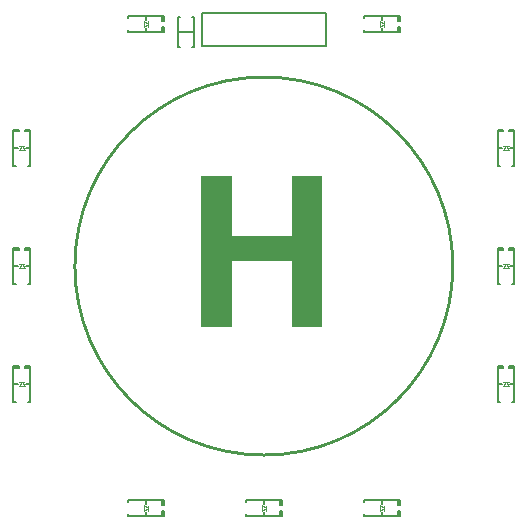
<source format=gto>
G04 Layer_Color=65535*
%FSLAX44Y44*%
%MOMM*%
G71*
G01*
G75*
%ADD17C,0.2540*%
%ADD18C,0.2000*%
%ADD19C,0.1000*%
%ADD20C,0.1500*%
G36*
X299533Y198000D02*
X273558D01*
Y254051D01*
X222975D01*
Y198000D01*
X197000D01*
Y326312D01*
X222975D01*
Y275730D01*
X273558D01*
Y326312D01*
X299533D01*
Y198000D01*
D02*
G37*
D17*
X410000Y250000D02*
G03*
X410000Y250000I-160000J0D01*
G01*
D18*
X198000Y436000D02*
Y464000D01*
X302300Y436000D02*
Y464000D01*
X198000D02*
X302300D01*
X198000Y436000D02*
X302300D01*
D19*
X45000Y351750D02*
X47500Y348250D01*
X45000D02*
X47500D01*
X45000Y351750D02*
X47250D01*
X42750D02*
X45000D01*
X42500Y348250D02*
X45000D01*
X42500D02*
X45000Y351750D01*
X45000Y251750D02*
X47500Y248250D01*
X45000D02*
X47500D01*
X45000Y251750D02*
X47250D01*
X42750D02*
X45000D01*
X42500Y248250D02*
X45000D01*
X42500D02*
X45000Y251750D01*
X45000Y151750D02*
X47500Y148250D01*
X45000D02*
X47500D01*
X45000Y151750D02*
X47250Y151750D01*
X42750D02*
X45000Y151750D01*
X42500Y148250D02*
X45000D01*
X42500D02*
X45000Y151750D01*
X148250Y452500D02*
X151750Y455000D01*
X148250Y452500D02*
Y455000D01*
X151750Y452750D02*
Y455000D01*
Y457250D01*
X148250Y455000D02*
Y457500D01*
X151750Y455000D01*
X348250Y452500D02*
X351750Y455000D01*
X348250Y452500D02*
Y455000D01*
X351750Y455000D02*
X351750Y452750D01*
X351750Y455000D02*
X351750Y457250D01*
X348250Y455000D02*
Y457500D01*
X351750Y455000D01*
X455000Y351750D02*
X457500Y348250D01*
X455000D02*
X457500D01*
X455000Y351750D02*
X457250Y351750D01*
X452750D02*
X455000Y351750D01*
X452500Y348250D02*
X455000D01*
X452500D02*
X455000Y351750D01*
Y251750D02*
X457500Y248250D01*
X455000D02*
X457500D01*
X455000Y251750D02*
X457250Y251750D01*
X452750D02*
X455000Y251750D01*
X452500Y248250D02*
X455000D01*
X452500D02*
X455000Y251750D01*
Y151750D02*
X457500Y148250D01*
X455000D02*
X457500D01*
X455000Y151750D02*
X457250Y151750D01*
X452750Y151750D02*
X455000Y151750D01*
X452500Y148250D02*
X455000Y148250D01*
X452500Y148250D02*
X455000Y151750D01*
X348250Y42500D02*
X351750Y45000D01*
X348250Y42500D02*
Y45000D01*
X351750Y42750D02*
Y45000D01*
Y47250D01*
X348250Y45000D02*
Y47500D01*
X351750Y45000D01*
X248250Y42500D02*
X251750Y45000D01*
X248250Y42500D02*
Y45000D01*
X251750Y42750D02*
Y45000D01*
Y47250D01*
X248250Y45000D02*
Y47500D01*
X251750Y45000D01*
X148250Y42500D02*
X151750Y45000D01*
X148250Y42500D02*
Y45000D01*
X151750Y42750D02*
Y45000D01*
Y47250D01*
X148250Y45000D02*
Y47500D01*
X151750Y45000D01*
D20*
X38000Y350000D02*
X41500D01*
X48500D02*
X52000D01*
X50080Y334760D02*
X52000D01*
Y365000D01*
X47540Y363970D02*
X52000Y363970D01*
X38000D02*
X42460Y363970D01*
X38000Y334760D02*
Y365000D01*
Y334760D02*
X39920D01*
X52000Y363970D02*
Y365240D01*
X47540Y365240D02*
X52000Y365240D01*
X47540Y363970D02*
Y365240D01*
X38000Y363970D02*
Y365240D01*
X42460Y365240D01*
Y363970D02*
Y365240D01*
X38000Y250000D02*
X41500D01*
X48500D02*
X52000D01*
X50080Y234760D02*
X52000D01*
X52000Y265000D01*
X47540Y263970D02*
X52000D01*
X38000D02*
X42460D01*
X38000Y265000D02*
X38000Y234760D01*
X39920Y234760D01*
X52000Y265240D02*
X52000Y263970D01*
X47540Y265240D02*
X52000Y265240D01*
X47540Y263970D02*
Y265240D01*
X38000Y263970D02*
X38000Y265240D01*
X42460Y265240D01*
X42460Y263970D01*
X38000Y150000D02*
X41500D01*
X48500D02*
X52000D01*
X50080Y134760D02*
X52000Y134760D01*
Y165000D01*
X47540Y163970D02*
X52000D01*
X38000D02*
X42460D01*
X38000Y134760D02*
Y165000D01*
Y134760D02*
X39920Y134760D01*
X52000Y163970D02*
Y165240D01*
X47540Y165240D02*
X52000Y165240D01*
X47540Y163970D02*
Y165240D01*
X38000Y163970D02*
Y165240D01*
X42460Y165240D01*
Y163970D02*
Y165240D01*
X150000Y458500D02*
Y462000D01*
Y448000D02*
Y451500D01*
X134760Y448000D02*
Y449920D01*
Y448000D02*
X165000D01*
X163970D02*
Y452460D01*
Y457540D02*
Y462000D01*
X134760D02*
X165000D01*
X134760Y460080D02*
Y462000D01*
X163970Y448000D02*
X165240Y448000D01*
X165240Y452460D02*
X165240Y448000D01*
X163970Y452460D02*
X165240D01*
X163970Y462000D02*
X165240D01*
Y457540D02*
Y462000D01*
X163970Y457540D02*
X165240D01*
X350000Y458500D02*
Y462000D01*
Y448000D02*
Y451500D01*
X334760Y448000D02*
X334760Y449920D01*
X334760Y448000D02*
X365000Y448000D01*
X363970D02*
Y452460D01*
Y457540D02*
Y462000D01*
X334760D02*
X365000D01*
X334760Y460080D02*
Y462000D01*
X363970Y448000D02*
X365240D01*
Y452460D01*
X363970D02*
X365240D01*
X363970Y462000D02*
X365240D01*
Y457540D02*
Y462000D01*
X363970Y457540D02*
X365240D01*
X448000Y350000D02*
X451500D01*
X458500D02*
X462000D01*
X460080Y334760D02*
X462000D01*
Y365000D01*
X457540Y363970D02*
X462000D01*
X448000D02*
X452460D01*
X448000Y334760D02*
Y365000D01*
Y334760D02*
X449920D01*
X462000Y363970D02*
Y365240D01*
X457540D02*
X462000D01*
X457540Y363970D02*
Y365240D01*
X448000Y363970D02*
Y365240D01*
X452460Y365240D01*
Y363970D02*
Y365240D01*
X448000Y250000D02*
X451500D01*
X458500D02*
X462000D01*
X460080Y234760D02*
X462000D01*
Y265000D01*
X457540Y263970D02*
X462000Y263970D01*
X448000D02*
X452460D01*
X448000Y234760D02*
Y265000D01*
Y234760D02*
X449920D01*
X462000Y263970D02*
Y265240D01*
X457540Y265240D02*
X462000Y265240D01*
X457540Y263970D02*
Y265240D01*
X448000Y263970D02*
Y265240D01*
X452460Y265240D01*
Y263970D02*
Y265240D01*
X448000Y150000D02*
X451500D01*
X458500D02*
X462000D01*
X460080Y134760D02*
X462000Y134760D01*
Y165000D01*
X457540Y163970D02*
X462000D01*
X448000D02*
X452460D01*
X448000Y134760D02*
Y165000D01*
Y134760D02*
X449920Y134760D01*
X462000Y163970D02*
Y165240D01*
X457540D02*
X462000D01*
X457540Y163970D02*
Y165240D01*
X448000Y163970D02*
Y165240D01*
X452460D01*
Y163970D02*
Y165240D01*
X350000Y48500D02*
Y52000D01*
Y38000D02*
Y41500D01*
X334760Y38000D02*
Y39920D01*
Y38000D02*
X365000D01*
X363970D02*
Y42460D01*
Y47540D02*
Y52000D01*
X334760D02*
X365000D01*
X334760Y50080D02*
Y52000D01*
X363970Y38000D02*
X365240D01*
Y42460D01*
X363970D02*
X365240D01*
X363970Y52000D02*
X365240D01*
Y47540D02*
Y52000D01*
X363970Y47540D02*
X365240D01*
X250000Y48500D02*
Y52000D01*
Y38000D02*
Y41500D01*
X234760Y38000D02*
Y39920D01*
Y38000D02*
X265000D01*
X263970D02*
Y42460D01*
Y47540D02*
Y52000D01*
X234760D02*
X265000D01*
X234760Y50080D02*
Y52000D01*
X263970Y38000D02*
X265240D01*
Y42460D01*
X263970D02*
X265240D01*
X263970Y52000D02*
X265240D01*
Y47540D02*
Y52000D01*
X263970Y47540D02*
X265240D01*
X150000Y48500D02*
Y52000D01*
Y38000D02*
Y41500D01*
X134760Y38000D02*
Y39920D01*
Y38000D02*
X165000D01*
X163970D02*
Y42460D01*
Y47540D02*
Y52000D01*
X134760D02*
X165000D01*
X134760Y50080D02*
Y52000D01*
X163970Y38000D02*
X165240D01*
Y42460D01*
X163970D02*
X165240D01*
X163970Y52000D02*
X165240D01*
Y47540D02*
Y52000D01*
X163970Y47540D02*
X165240D01*
X189080Y435300D02*
X191000D01*
Y460700D01*
X189080D02*
X191000D01*
X177000D02*
X178920D01*
X177000Y435300D02*
Y460700D01*
Y435300D02*
X178920D01*
X177000Y448000D02*
X191000D01*
M02*

</source>
